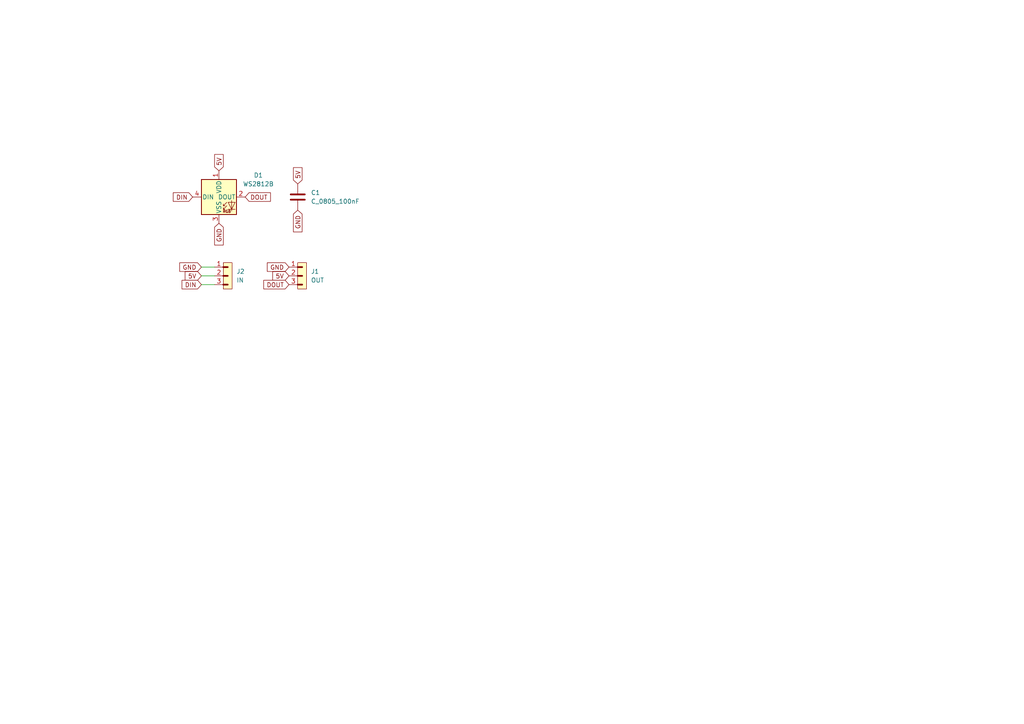
<source format=kicad_sch>
(kicad_sch (version 20231120) (generator "eeschema") (generator_version "8.0")
  (paper "A4")
  (lib_symbols
    (symbol "LED:WS2812B" (pin_names (offset 0.254))
      (property "Reference" "D" (at 5.08 5.715 0))
      (property "Value" "WS2812B" (at 1.27 -5.715 0))
      (symbol "WS2812B_0_0"
        (text "RGB" (at 2.286 -4.191 0) (effects (font (size 0.762 0.762))))
      )
      (symbol "WS2812B_0_1"
        (polyline (pts (xy 1.27 -3.556) (xy 1.778 -3.556)))
        (polyline (pts (xy 1.27 -2.54) (xy 1.778 -2.54)))
        (polyline (pts (xy 4.699 -3.556) (xy 2.667 -3.556)))
        (polyline (pts (xy 2.286 -2.54) (xy 1.27 -3.556) (xy 1.27 -3.048)))
        (polyline (pts (xy 2.286 -1.524) (xy 1.27 -2.54) (xy 1.27 -2.032)))
        (polyline (pts (xy 3.683 -1.016) (xy 3.683 -3.556) (xy 3.683 -4.064)))
        (polyline (pts (xy 4.699 -1.524) (xy 2.667 -1.524) (xy 3.683 -3.556) (xy 4.699 -1.524)))
        (rectangle (start 5.08 5.08) (end -5.08 -5.08) (stroke (width 0.254)) (fill (type background)))
      )
      (symbol "WS2812B_1_1"
        (pin power_in line (at 0 7.62 270) (length 2.54) (name "VDD") (number "1"))
        (pin output line (at 7.62 0 180) (length 2.54) (name "DOUT") (number "2"))
        (pin power_in line (at 0 -7.62 90) (length 2.54) (name "VSS") (number "3"))
        (pin input line (at -7.62 0 0) (length 2.54) (name "DIN") (number "4"))
      )
    )
    (symbol "PCM_Capacitor_AKL:C_0805" (pin_numbers hide) (pin_names (offset 0.254))
      (property "Reference" "C" (at 0.635 2.54 0))
      (property "Value" "C_0805" (at 0.635 -2.54 0))
      (symbol "C_0805_0_1"
        (polyline (pts (xy -2.032 -0.762) (xy 2.032 -0.762)) (stroke (width 0.508)))
        (polyline (pts (xy -2.032 0.762) (xy 2.032 0.762)) (stroke (width 0.508)))
      )
      (symbol "C_0805_1_1"
        (pin passive line (at 0 3.81 270) (length 2.794) (name "~") (number "1"))
        (pin passive line (at 0 -3.81 90) (length 2.794) (name "~") (number "2"))
      )
    )
    (symbol "PCM_SL_Pin_Headers:PINHD_1x3_Male"
      (property "Reference" "J" (at 0 7.62 0))
      (property "Value" "PINHD_1x3_Male" (at 0 5.08 0))
      (symbol "PINHD_1x3_Male_0_1"
        (rectangle (start -1.27 3.81) (end 1.27 -3.81) (fill (type background)))
        (polyline (pts (xy -1.27 -2.54) (xy 0 -2.54)) (stroke (width 0.3)))
        (polyline (pts (xy -1.27 -2.54) (xy 0 -2.54)) (stroke (width 0.5)))
        (polyline (pts (xy -1.27 0) (xy 0 0)) (stroke (width 0.3)))
        (polyline (pts (xy -1.27 0) (xy 0 0)) (stroke (width 0.5)))
        (polyline (pts (xy -1.27 2.54) (xy 0 2.54)) (stroke (width 0.3)))
        (polyline (pts (xy -1.27 2.54) (xy 0 2.54)) (stroke (width 0.5)))
      )
      (symbol "PINHD_1x3_Male_1_1"
        (pin passive line (at -3.81 2.54 0) (length 2.54) (name "") (number "1"))
        (pin passive line (at -3.81 0 0) (length 2.54) (name "") (number "2"))
        (pin passive line (at -3.81 -2.54 0) (length 2.54) (name "") (number "3"))
      )
    )
  )
  (wire (pts (xy 58.42 80.01) (xy 62.23 80.01)))
  (wire (pts (xy 58.42 77.47) (xy 62.23 77.47)))
  (wire (pts (xy 58.42 82.55) (xy 62.23 82.55)))
  (global_label "5V" (shape input) (at 63.5 49.53 90) (property "Intersheetrefs" "${INTERSHEET_REFS}" (effects (hide yes))))
  (global_label "5V" (shape input) (at 83.82 80.01 180) (property "Intersheetrefs" "${INTERSHEET_REFS}" (effects (hide yes))))
  (global_label "DOUT" (shape input) (at 71.12 57.15 0) (property "Intersheetrefs" "${INTERSHEET_REFS}" (effects (hide yes))))
  (global_label "5V" (shape input) (at 58.42 80.01 180) (property "Intersheetrefs" "${INTERSHEET_REFS}" (effects (hide yes))))
  (global_label "5V" (shape input) (at 86.36 53.34 90) (property "Intersheetrefs" "${INTERSHEET_REFS}" (effects (hide yes))))
  (global_label "DOUT" (shape input) (at 83.82 82.55 180) (property "Intersheetrefs" "${INTERSHEET_REFS}" (effects (hide yes))))
  (global_label "GND" (shape input) (at 83.82 77.47 180) (property "Intersheetrefs" "${INTERSHEET_REFS}" (effects (hide yes))))
  (global_label "GND" (shape input) (at 63.5 64.77 270) (property "Intersheetrefs" "${INTERSHEET_REFS}" (effects (hide yes))))
  (global_label "DIN" (shape input) (at 55.88 57.15 180) (property "Intersheetrefs" "${INTERSHEET_REFS}" (effects (hide yes))))
  (global_label "GND" (shape input) (at 58.42 77.47 180) (property "Intersheetrefs" "${INTERSHEET_REFS}" (effects (hide yes))))
  (global_label "DIN" (shape input) (at 58.42 82.55 180) (property "Intersheetrefs" "${INTERSHEET_REFS}" (effects (hide yes))))
  (global_label "GND" (shape input) (at 86.36 60.96 270) (property "Intersheetrefs" "${INTERSHEET_REFS}" (effects (hide yes))))
  (symbol (lib_id "PCM_Capacitor_AKL:C_0805") (at 86.36 57.15 0) (unit 1)
    (property "Reference" "C1" (at 90.17 55.8799 0) (effects (justify left)))
    (property "Value" "C_0805_100nF" (at 90.17 58.4199 0) (effects (justify left)))
    (property "Footprint" "Capacitor_SMD:C_0805_2012Metric_Pad1.18x1.45mm_HandSolder" (effects (hide yes)))
    (property "Description" "SMD 0805 MLCC capacitor, Alternate KiCad Library" (effects (hide yes)))
  )
  (symbol (lib_id "PCM_SL_Pin_Headers:PINHD_1x3_Male") (at 66.04 80.01 0) (unit 1)
    (property "Reference" "J2" (at 68.58 78.7399 0) (effects (justify left)))
    (property "Value" "IN" (at 68.58 81.2799 0) (effects (justify left)))
    (property "Footprint" "Connector_PinHeader_2.54mm:PinHeader_1x03_P2.54mm_Vertical" (effects (hide yes)))
    (property "Description" "Pin Header male with pin space 2.54mm. Pin Count -3" (effects (hide yes)))
  )
  (symbol (lib_id "LED:WS2812B") (at 63.5 57.15 0) (unit 1)
    (property "Reference" "D1" (at 74.93 50.8314 0))
    (property "Value" "WS2812B" (at 74.93 53.3714 0))
    (property "Footprint" "LED_SMD:LED_WS2812B_PLCC4_5.0x5.0mm_P3.2mm" (effects (hide yes)))
    (property "Datasheet" "https://cdn-shop.adafruit.com/datasheets/WS2812B.pdf" (effects (hide yes)))
    (property "Description" "RGB LED with integrated controller" (effects (hide yes)))
  )
  (symbol (lib_id "PCM_SL_Pin_Headers:PINHD_1x3_Male") (at 87.63 80.01 0) (unit 1)
    (property "Reference" "J1" (at 90.17 78.7399 0) (effects (justify left)))
    (property "Value" "OUT" (at 90.17 81.2799 0) (effects (justify left)))
    (property "Footprint" "Connector_PinHeader_2.54mm:PinHeader_1x03_P2.54mm_Vertical" (effects (hide yes)))
    (property "Description" "Pin Header male with pin space 2.54mm. Pin Count -3" (effects (hide yes)))
  )
)
</source>
